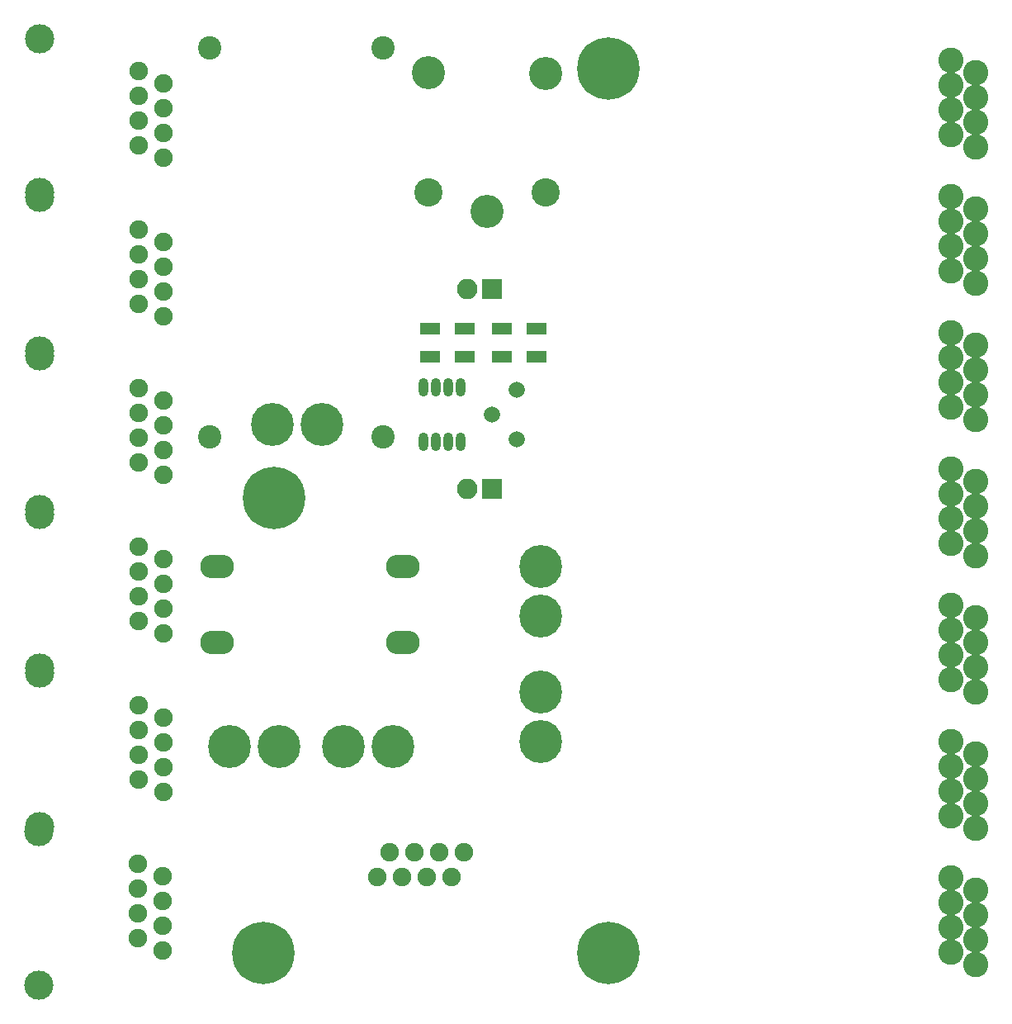
<source format=gts>
G04 #@! TF.FileFunction,Soldermask,Top*
%FSLAX46Y46*%
G04 Gerber Fmt 4.6, Leading zero omitted, Abs format (unit mm)*
G04 Created by KiCad (PCBNEW 4.0.7) date 10/11/18 23:23:36*
%MOMM*%
%LPD*%
G01*
G04 APERTURE LIST*
%ADD10C,0.100000*%
%ADD11C,6.400000*%
%ADD12C,2.400000*%
%ADD13O,3.448000X2.432000*%
%ADD14C,4.400000*%
%ADD15O,1.009600X1.873200*%
%ADD16R,2.100000X2.100000*%
%ADD17O,2.100000X2.100000*%
%ADD18R,2.100000X1.300000*%
%ADD19C,1.660000*%
%ADD20C,2.900000*%
%ADD21C,3.400000*%
%ADD22C,1.900000*%
%ADD23C,3.000000*%
%ADD24C,2.600000*%
G04 APERTURE END LIST*
D10*
D11*
X80467200Y-127889000D03*
D12*
X92710000Y-35052000D03*
X74930000Y-35052000D03*
X74930000Y-74930000D03*
X92710000Y-74930000D03*
D11*
X81597500Y-81216500D03*
D13*
X75692000Y-88265000D03*
X94742000Y-88265000D03*
X94742000Y-96012000D03*
X75692000Y-96012000D03*
D14*
X82042000Y-106680000D03*
X76962000Y-106680000D03*
X93726000Y-106680000D03*
X88646000Y-106680000D03*
X86487000Y-73660000D03*
X81407000Y-73660000D03*
D15*
X96901000Y-75438000D03*
X98171000Y-75438000D03*
X99441000Y-75438000D03*
X100711000Y-75438000D03*
X100711000Y-69850000D03*
X99441000Y-69850000D03*
X98171000Y-69850000D03*
X96901000Y-69850000D03*
D16*
X103886000Y-80264000D03*
D17*
X101346000Y-80264000D03*
D16*
X103886000Y-59817000D03*
D17*
X101346000Y-59817000D03*
D18*
X97536000Y-63828000D03*
X97536000Y-66728000D03*
X101092000Y-63828000D03*
X101092000Y-66728000D03*
D19*
X106426000Y-70104000D03*
X103886000Y-72644000D03*
X106426000Y-75184000D03*
D20*
X109428000Y-49866000D03*
D21*
X109428000Y-37666000D03*
X97378000Y-37616000D03*
D20*
X97428000Y-49866000D03*
D21*
X103378000Y-51816000D03*
D11*
X115849400Y-127889000D03*
X115849400Y-37211000D03*
D22*
X67589400Y-126314200D03*
X67589400Y-123774200D03*
X67589400Y-121234200D03*
X67589400Y-118694200D03*
X70129400Y-127584200D03*
X70129400Y-125044200D03*
X70129400Y-122504200D03*
X70129400Y-119964200D03*
D23*
X57429400Y-115392200D03*
X57429400Y-131140200D03*
D22*
X67640200Y-61290200D03*
X67640200Y-58750200D03*
X67640200Y-56210200D03*
X67640200Y-53670200D03*
X70180200Y-62560200D03*
X70180200Y-60020200D03*
X70180200Y-57480200D03*
X70180200Y-54940200D03*
D23*
X57480200Y-50368200D03*
X57480200Y-66116200D03*
D22*
X67640200Y-110058200D03*
X67640200Y-107518200D03*
X67640200Y-104978200D03*
X67640200Y-102438200D03*
X70180200Y-111328200D03*
X70180200Y-108788200D03*
X70180200Y-106248200D03*
X70180200Y-103708200D03*
D23*
X57480200Y-99136200D03*
X57480200Y-114884200D03*
D22*
X67640200Y-45034200D03*
X67640200Y-42494200D03*
X67640200Y-39954200D03*
X67640200Y-37414200D03*
X70180200Y-46304200D03*
X70180200Y-43764200D03*
X70180200Y-41224200D03*
X70180200Y-38684200D03*
D23*
X57480200Y-34112200D03*
X57480200Y-49860200D03*
D22*
X67640200Y-93802200D03*
X67640200Y-91262200D03*
X67640200Y-88722200D03*
X67640200Y-86182200D03*
X70180200Y-95072200D03*
X70180200Y-92532200D03*
X70180200Y-89992200D03*
X70180200Y-87452200D03*
D23*
X57480200Y-82880200D03*
X57480200Y-98628200D03*
D22*
X67640200Y-77546200D03*
X67640200Y-75006200D03*
X67640200Y-72466200D03*
X67640200Y-69926200D03*
X70180200Y-78816200D03*
X70180200Y-76276200D03*
X70180200Y-73736200D03*
X70180200Y-71196200D03*
D23*
X57480200Y-66624200D03*
X57480200Y-82372200D03*
D22*
X99796600Y-120053100D03*
X97256600Y-120053100D03*
X94716600Y-120053100D03*
X92176600Y-120053100D03*
X101066600Y-117513100D03*
X98526600Y-117513100D03*
X95986600Y-117513100D03*
X93446600Y-117513100D03*
D14*
X108940600Y-106146600D03*
X108940600Y-101066600D03*
D18*
X104902000Y-63828000D03*
X104902000Y-66728000D03*
X108458000Y-63828000D03*
X108458000Y-66728000D03*
D24*
X150977600Y-71856600D03*
X150977600Y-69316600D03*
X150977600Y-66776600D03*
X150977600Y-64236600D03*
X153517600Y-73126600D03*
X153517600Y-70586600D03*
X153517600Y-68046600D03*
X153517600Y-65506600D03*
X150977600Y-99796600D03*
X150977600Y-97256600D03*
X150977600Y-94716600D03*
X150977600Y-92176600D03*
X153517600Y-101066600D03*
X153517600Y-98526600D03*
X153517600Y-95986600D03*
X153517600Y-93446600D03*
X150977600Y-127736600D03*
X150977600Y-125196600D03*
X150977600Y-122656600D03*
X150977600Y-120116600D03*
X153517600Y-129006600D03*
X153517600Y-126466600D03*
X153517600Y-123926600D03*
X153517600Y-121386600D03*
X150977600Y-113766600D03*
X150977600Y-111226600D03*
X150977600Y-108686600D03*
X150977600Y-106146600D03*
X153517600Y-115036600D03*
X153517600Y-112496600D03*
X153517600Y-109956600D03*
X153517600Y-107416600D03*
X150977600Y-43916600D03*
X150977600Y-41376600D03*
X150977600Y-38836600D03*
X150977600Y-36296600D03*
X153517600Y-45186600D03*
X153517600Y-42646600D03*
X153517600Y-40106600D03*
X153517600Y-37566600D03*
X150977600Y-85826600D03*
X150977600Y-83286600D03*
X150977600Y-80746600D03*
X150977600Y-78206600D03*
X153517600Y-87096600D03*
X153517600Y-84556600D03*
X153517600Y-82016600D03*
X153517600Y-79476600D03*
D14*
X108940600Y-93294200D03*
X108940600Y-88214200D03*
D24*
X150977600Y-57886600D03*
X150977600Y-55346600D03*
X150977600Y-52806600D03*
X150977600Y-50266600D03*
X153517600Y-59156600D03*
X153517600Y-56616600D03*
X153517600Y-54076600D03*
X153517600Y-51536600D03*
M02*

</source>
